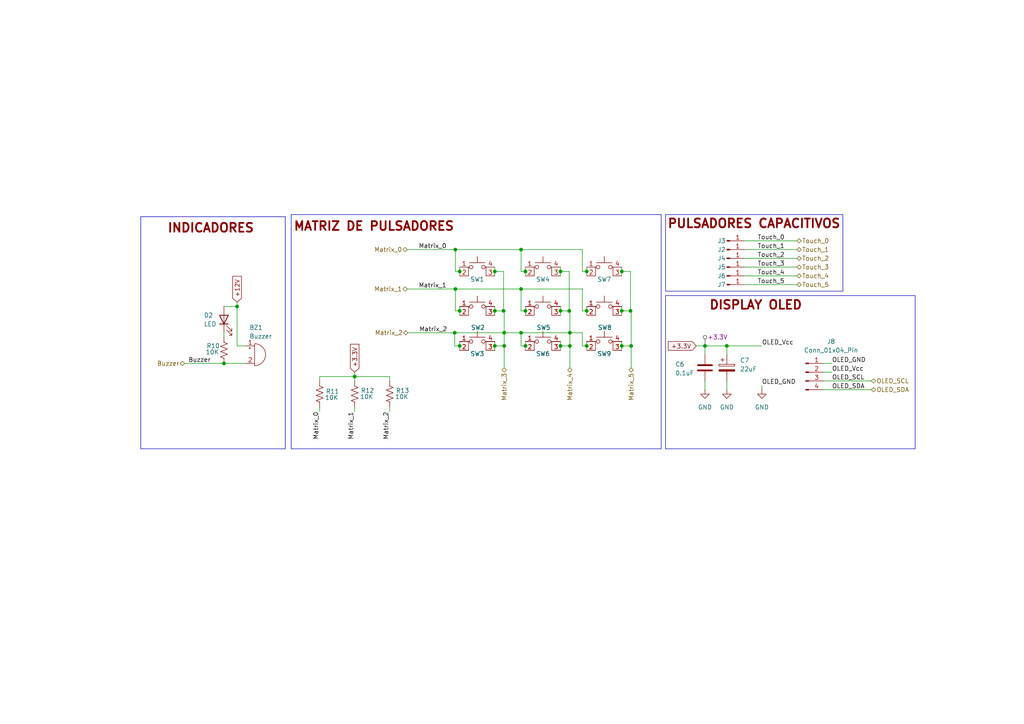
<source format=kicad_sch>
(kicad_sch (version 20250114) (generator "eeschema") (generator_version "9.0")
  (paper "A4")
  (lib_symbols
    (symbol "Connector:Conn_01x01_Pin" (pin_names (offset 1.016) (hide yes))
      (property "Reference" "J" (at 0 2.54 0))
      (property "Value" "Conn_01x01_Pin" (at 0 -2.54 0))
      (symbol "Conn_01x01_Pin_1_1"
        (rectangle (start 0.8636 0.127) (end 0 -0.127) (stroke (width 0.1524)) (fill (type outline)))
        (polyline (pts (xy 1.27 0) (xy 0.8636 0)) (stroke (width 0.1524)))
        (pin passive line (at 5.08 0 180) (length 3.81) (name "Pin_1") (number "1"))
      )
    )
    (symbol "Connector:Conn_01x04_Pin" (pin_names (offset 1.016) (hide yes))
      (property "Reference" "J" (at 0 5.08 0))
      (property "Value" "Conn_01x04_Pin" (at 0 -7.62 0))
      (symbol "Conn_01x04_Pin_1_1"
        (rectangle (start 0.8636 2.667) (end 0 2.413) (stroke (width 0.1524)) (fill (type outline)))
        (rectangle (start 0.8636 0.127) (end 0 -0.127) (stroke (width 0.1524)) (fill (type outline)))
        (rectangle (start 0.8636 -2.413) (end 0 -2.667) (stroke (width 0.1524)) (fill (type outline)))
        (rectangle (start 0.8636 -4.953) (end 0 -5.207) (stroke (width 0.1524)) (fill (type outline)))
        (polyline (pts (xy 1.27 2.54) (xy 0.8636 2.54)) (stroke (width 0.1524)))
        (polyline (pts (xy 1.27 0) (xy 0.8636 0)) (stroke (width 0.1524)))
        (polyline (pts (xy 1.27 -2.54) (xy 0.8636 -2.54)) (stroke (width 0.1524)))
        (polyline (pts (xy 1.27 -5.08) (xy 0.8636 -5.08)) (stroke (width 0.1524)))
        (pin passive line (at 5.08 2.54 180) (length 3.81) (name "Pin_1") (number "1"))
        (pin passive line (at 5.08 0 180) (length 3.81) (name "Pin_2") (number "2"))
        (pin passive line (at 5.08 -2.54 180) (length 3.81) (name "Pin_3") (number "3"))
        (pin passive line (at 5.08 -5.08 180) (length 3.81) (name "Pin_4") (number "4"))
      )
    )
    (symbol "Device:Buzzer" (pin_names (offset 0.0254) (hide yes))
      (property "Reference" "BZ" (at 3.81 1.27 0))
      (property "Value" "Buzzer" (at 3.81 -1.27 0))
      (symbol "Buzzer_0_1"
        (polyline (pts (xy -1.651 1.905) (xy -1.143 1.905)))
        (polyline (pts (xy -1.397 2.159) (xy -1.397 1.651)))
        (arc (start 0 3.175) (mid 3.1612 0) (end 0 -3.175))
        (polyline (pts (xy 0 3.175) (xy 0 -3.175)))
      )
      (symbol "Buzzer_1_1"
        (pin passive line (at -2.54 2.54 0) (length 2.54) (name "+") (number "1"))
        (pin passive line (at -2.54 -2.54 0) (length 2.54) (name "-") (number "2"))
      )
    )
    (symbol "Device:C" (pin_numbers (hide yes)) (pin_names (offset 0.254))
      (property "Reference" "C" (at 0.635 2.54 0))
      (property "Value" "C" (at 0.635 -2.54 0))
      (symbol "C_0_1"
        (polyline (pts (xy -2.032 0.762) (xy 2.032 0.762)) (stroke (width 0.508)))
        (polyline (pts (xy -2.032 -0.762) (xy 2.032 -0.762)) (stroke (width 0.508)))
      )
      (symbol "C_1_1"
        (pin passive line (at 0 3.81 270) (length 2.794) (name "~") (number "1"))
        (pin passive line (at 0 -3.81 90) (length 2.794) (name "~") (number "2"))
      )
    )
    (symbol "Device:C_Polarized" (pin_numbers (hide yes)) (pin_names (offset 0.254))
      (property "Reference" "C" (at 0.635 2.54 0))
      (property "Value" "C_Polarized" (at 0.635 -2.54 0))
      (symbol "C_Polarized_0_1"
        (rectangle (start -2.286 0.508) (end 2.286 1.016))
        (polyline (pts (xy -1.778 2.286) (xy -0.762 2.286)))
        (polyline (pts (xy -1.27 2.794) (xy -1.27 1.778)))
        (rectangle (start 2.286 -0.508) (end -2.286 -1.016) (fill (type outline)))
      )
      (symbol "C_Polarized_1_1"
        (pin passive line (at 0 3.81 270) (length 2.794) (name "~") (number "1"))
        (pin passive line (at 0 -3.81 90) (length 2.794) (name "~") (number "2"))
      )
    )
    (symbol "Device:LED" (pin_numbers (hide yes)) (pin_names (offset 1.016) (hide yes))
      (property "Reference" "D" (at 0 2.54 0))
      (property "Value" "LED" (at 0 -2.54 0))
      (symbol "LED_0_1"
        (polyline (pts (xy -3.048 -0.762) (xy -4.572 -2.286) (xy -3.81 -2.286) (xy -4.572 -2.286) (xy -4.572 -1.524)))
        (polyline (pts (xy -1.778 -0.762) (xy -3.302 -2.286) (xy -2.54 -2.286) (xy -3.302 -2.286) (xy -3.302 -1.524)))
        (polyline (pts (xy -1.27 0) (xy 1.27 0)))
        (polyline (pts (xy -1.27 -1.27) (xy -1.27 1.27)) (stroke (width 0.254)))
        (polyline (pts (xy 1.27 -1.27) (xy 1.27 1.27) (xy -1.27 0) (xy 1.27 -1.27)) (stroke (width 0.254)))
      )
      (symbol "LED_1_1"
        (pin passive line (at -3.81 0 0) (length 2.54) (name "K") (number "1"))
        (pin passive line (at 3.81 0 180) (length 2.54) (name "A") (number "2"))
      )
    )
    (symbol "Device:R_US" (pin_numbers (hide yes)) (pin_names (offset 0))
      (property "Reference" "R" (at 2.54 0 90))
      (property "Value" "R_US" (at -2.54 0 90))
      (symbol "R_US_0_1"
        (polyline (pts (xy 0 2.286) (xy 0 2.54)))
        (polyline (pts (xy 0 2.286) (xy 1.016 1.905) (xy 0 1.524) (xy -1.016 1.143) (xy 0 0.762)))
        (polyline (pts (xy 0 0.762) (xy 1.016 0.381) (xy 0 0) (xy -1.016 -0.381) (xy 0 -0.762)))
        (polyline (pts (xy 0 -0.762) (xy 1.016 -1.143) (xy 0 -1.524) (xy -1.016 -1.905) (xy 0 -2.286)))
        (polyline (pts (xy 0 -2.286) (xy 0 -2.54)))
      )
      (symbol "R_US_1_1"
        (pin passive line (at 0 3.81 270) (length 1.27) (name "~") (number "1"))
        (pin passive line (at 0 -3.81 90) (length 1.27) (name "~") (number "2"))
      )
    )
    (symbol "Switch:SW_MEC_5E" (pin_names (offset 1.016) (hide yes))
      (property "Reference" "SW" (at 0.635 5.715 0))
      (property "Value" "SW_MEC_5E" (at 0 -3.175 0))
      (symbol "SW_MEC_5E_0_1"
        (polyline (pts (xy -2.54 0) (xy -2.54 2.54) (xy -2.286 2.54)))
        (polyline (pts (xy -2.286 3.81) (xy 2.286 3.81)))
        (circle (center -1.778 2.54) (radius 0.508))
        (polyline (pts (xy 0 3.81) (xy 0 5.588)))
        (circle (center 1.778 2.54) (radius 0.508))
        (polyline (pts (xy 2.54 0) (xy 2.54 2.54) (xy 2.286 2.54)))
        (pin passive line (at -5.08 2.54 0) (length 2.54) (name "1") (number "1"))
        (pin passive line (at -5.08 0 0) (length 2.54) (name "2") (number "2"))
        (pin passive line (at 5.08 2.54 180) (length 2.54) (name "A") (number "4"))
        (pin passive line (at 5.08 0 180) (length 2.54) (name "K") (number "3"))
      )
    )
    (symbol "power:GND" (power) (pin_numbers (hide yes)) (pin_names (offset 0) (hide yes))
      (property "Value" "GND" (at 0 -3.81 0))
      (symbol "GND_0_1"
        (polyline (pts (xy 0 0) (xy 0 -1.27) (xy 1.27 -1.27) (xy 0 -2.54) (xy -1.27 -1.27) (xy 0 -1.27)))
      )
      (symbol "GND_1_1"
        (pin power_in line (at 0 0 270) (length 0) (name "~") (number "1"))
      )
    )
  )
  (rectangle (start 84.455 62.23) (end 191.77 130.175))
  (rectangle (start 193.04 85.725) (end 265.43 130.175))
  (rectangle (start 193.04 62.23) (end 244.475 84.455))
  (rectangle (start 40.8264 62.865) (end 82.7364 130.175))
  (text "MATRIZ DE PULSADORES" (at 108.458 65.786 0) (effects (font (size 2.54 2.54) (thickness 0.508) (bold yes))))
  (text "DISPLAY OLED" (at 219.202 88.646 0) (effects (font (size 2.54 2.54) (thickness 0.508) (bold yes))))
  (text "INDICADORES" (at 61.1464 66.294 0) (effects (font (size 2.54 2.54) (thickness 0.508) (bold yes))))
  (text "PULSADORES CAPACITIVOS" (at 218.694 65.024 0) (effects (font (size 2.54 2.54) (thickness 0.508) (bold yes))))
  (junction (at 152.4 90.17))
  (junction (at 143.51 90.17))
  (junction (at 146.2364 100.33))
  (junction (at 180.34 78.74))
  (junction (at 183.0664 100.33))
  (junction (at 68.7664 88.9))
  (junction (at 133.35 78.74))
  (junction (at 146.2364 96.52))
  (junction (at 165.1 90.17))
  (junction (at 102.87 109.22))
  (junction (at 165.2864 100.33))
  (junction (at 170.18 100.33))
  (junction (at 143.51 100.33))
  (junction (at 151.13 96.52))
  (junction (at 152.4 78.74))
  (junction (at 204.47 100.33))
  (junction (at 133.35 90.17))
  (junction (at 165.2864 96.52))
  (junction (at 180.34 90.17))
  (junction (at 210.82 100.33))
  (junction (at 170.18 78.74))
  (junction (at 151.13 72.39))
  (junction (at 132.08 83.82))
  (junction (at 64.9564 105.41))
  (junction (at 182.88 90.17))
  (junction (at 162.56 100.33))
  (junction (at 132.08 72.39))
  (junction (at 170.18 90.17))
  (junction (at 143.51 78.74))
  (junction (at 133.35 100.33))
  (junction (at 162.56 78.74))
  (junction (at 180.34 100.33))
  (junction (at 151.13 83.82))
  (junction (at 152.4 100.33))
  (junction (at 162.56 90.17))
  (junction (at 146.05 90.17))
  (junction (at 131.8936 96.52))
  (wire (pts (xy 215.9 77.47) (xy 231.14 77.47)))
  (wire (pts (xy 201.93 100.33) (xy 204.47 100.33)))
  (wire (pts (xy 162.56 78.74) (xy 162.56 80.01)))
  (wire (pts (xy 183.0664 100.33) (xy 183.0664 106.68)))
  (wire (pts (xy 170.18 100.33) (xy 170.18 101.6)))
  (wire (pts (xy 210.82 110.49) (xy 210.82 113.03)))
  (wire (pts (xy 133.35 90.17) (xy 133.35 91.44)))
  (wire (pts (xy 168.91 100.33) (xy 170.18 100.33)))
  (wire (pts (xy 152.4 100.33) (xy 152.4 101.6)))
  (wire (pts (xy 204.47 100.33) (xy 210.82 100.33)))
  (wire (pts (xy 133.35 90.17) (xy 132.08 90.17)))
  (wire (pts (xy 132.08 83.82) (xy 132.08 90.17)))
  (wire (pts (xy 204.47 110.49) (xy 204.47 113.03)))
  (wire (pts (xy 92.71 109.22) (xy 92.71 110.49)))
  (wire (pts (xy 170.18 90.17) (xy 170.18 91.44)))
  (wire (pts (xy 180.34 88.9) (xy 180.34 90.17)))
  (wire (pts (xy 180.34 77.47) (xy 180.34 78.74)))
  (wire (pts (xy 165.2864 96.52) (xy 165.2864 100.33)))
  (wire (pts (xy 180.34 99.06) (xy 180.34 100.33)))
  (wire (pts (xy 180.34 100.33) (xy 183.0664 100.33)))
  (wire (pts (xy 180.34 90.17) (xy 182.88 90.17)))
  (wire (pts (xy 143.51 77.47) (xy 143.51 78.74)))
  (wire (pts (xy 146.2364 100.33) (xy 146.2364 106.68)))
  (wire (pts (xy 165.1 78.74) (xy 165.1 90.17)))
  (wire (pts (xy 68.7664 87.63) (xy 68.7664 88.9)))
  (wire (pts (xy 180.34 78.74) (xy 182.88 78.74)))
  (wire (pts (xy 238.76 107.95) (xy 241.3 107.95)))
  (wire (pts (xy 151.13 72.39) (xy 151.13 78.74)))
  (wire (pts (xy 146.2364 96.52) (xy 146.2364 100.33)))
  (wire (pts (xy 133.35 78.74) (xy 132.08 78.74)))
  (wire (pts (xy 152.4 90.17) (xy 152.4 91.44)))
  (wire (pts (xy 146.05 78.74) (xy 146.05 90.17)))
  (wire (pts (xy 182.88 78.74) (xy 182.88 90.17)))
  (wire (pts (xy 132.08 72.39) (xy 151.13 72.39)))
  (wire (pts (xy 152.4 88.9) (xy 152.4 90.17)))
  (wire (pts (xy 204.47 100.33) (xy 204.47 102.87)))
  (wire (pts (xy 170.18 78.74) (xy 170.18 80.01)))
  (wire (pts (xy 168.91 78.74) (xy 170.18 78.74)))
  (wire (pts (xy 64.9564 88.9) (xy 68.7664 88.9)))
  (wire (pts (xy 102.87 109.22) (xy 102.87 110.49)))
  (wire (pts (xy 162.56 78.74) (xy 165.1 78.74)))
  (wire (pts (xy 133.35 88.9) (xy 133.35 90.17)))
  (wire (pts (xy 162.56 100.33) (xy 162.56 101.6)))
  (wire (pts (xy 162.56 77.47) (xy 162.56 78.74)))
  (wire (pts (xy 143.51 78.74) (xy 146.05 78.74)))
  (wire (pts (xy 238.76 110.49) (xy 252.73 110.49)))
  (wire (pts (xy 151.13 96.52) (xy 151.13 100.33)))
  (wire (pts (xy 168.91 72.39) (xy 168.91 78.74)))
  (wire (pts (xy 143.51 90.17) (xy 143.51 91.44)))
  (wire (pts (xy 215.9 69.85) (xy 231.14 69.85)))
  (wire (pts (xy 215.9 80.01) (xy 231.14 80.01)))
  (wire (pts (xy 162.56 99.06) (xy 162.56 100.33)))
  (wire (pts (xy 210.82 100.33) (xy 220.98 100.33)))
  (wire (pts (xy 183.0664 90.17) (xy 183.0664 100.33)))
  (wire (pts (xy 170.18 100.33) (xy 170.18 99.06)))
  (wire (pts (xy 133.35 77.47) (xy 133.35 78.74)))
  (wire (pts (xy 143.51 99.06) (xy 143.51 100.33)))
  (wire (pts (xy 168.91 83.82) (xy 168.91 90.17)))
  (wire (pts (xy 162.56 90.17) (xy 165.1 90.17)))
  (wire (pts (xy 162.56 90.17) (xy 162.56 91.44)))
  (wire (pts (xy 170.18 77.47) (xy 170.18 78.74)))
  (wire (pts (xy 238.76 105.41) (xy 241.3 105.41)))
  (wire (pts (xy 215.9 72.39) (xy 231.14 72.39)))
  (wire (pts (xy 146.2364 90.17) (xy 146.05 90.17)))
  (wire (pts (xy 146.2364 90.17) (xy 146.2364 96.52)))
  (wire (pts (xy 152.4 90.17) (xy 151.13 90.17)))
  (wire (pts (xy 131.8936 96.52) (xy 131.8936 100.33)))
  (wire (pts (xy 151.13 72.39) (xy 168.91 72.39)))
  (wire (pts (xy 220.98 111.76) (xy 220.98 113.03)))
  (wire (pts (xy 133.35 100.33) (xy 131.8936 100.33)))
  (wire (pts (xy 118.2964 96.52) (xy 131.8936 96.52)))
  (wire (pts (xy 146.2364 96.52) (xy 151.13 96.52)))
  (wire (pts (xy 133.35 99.06) (xy 133.35 100.33)))
  (wire (pts (xy 143.51 88.9) (xy 143.51 90.17)))
  (wire (pts (xy 68.7664 88.9) (xy 68.7664 100.33)))
  (wire (pts (xy 152.4 99.06) (xy 152.4 100.33)))
  (wire (pts (xy 180.34 78.74) (xy 180.34 80.01)))
  (wire (pts (xy 180.34 100.33) (xy 180.34 101.6)))
  (wire (pts (xy 183.0664 90.17) (xy 182.88 90.17)))
  (wire (pts (xy 165.2864 96.52) (xy 168.91 96.52)))
  (wire (pts (xy 131.8936 96.52) (xy 146.2364 96.52)))
  (wire (pts (xy 102.87 109.22) (xy 113.03 109.22)))
  (wire (pts (xy 162.56 100.33) (xy 165.2864 100.33)))
  (wire (pts (xy 102.87 107.95) (xy 102.87 109.22)))
  (wire (pts (xy 113.03 118.11) (xy 113.03 119.38)))
  (wire (pts (xy 133.35 78.74) (xy 133.35 80.01)))
  (wire (pts (xy 92.71 118.11) (xy 92.71 119.38)))
  (wire (pts (xy 118.11 72.39) (xy 132.08 72.39)))
  (wire (pts (xy 132.08 78.74) (xy 132.08 72.39)))
  (wire (pts (xy 238.76 113.03) (xy 252.73 113.03)))
  (wire (pts (xy 151.13 83.82) (xy 151.13 90.17)))
  (wire (pts (xy 92.71 109.22) (xy 102.87 109.22)))
  (wire (pts (xy 132.08 83.82) (xy 151.13 83.82)))
  (wire (pts (xy 152.4 100.33) (xy 151.13 100.33)))
  (wire (pts (xy 151.13 78.74) (xy 152.4 78.74)))
  (wire (pts (xy 64.9564 105.41) (xy 71.3064 105.41)))
  (wire (pts (xy 143.51 78.74) (xy 143.51 80.01)))
  (wire (pts (xy 168.91 96.52) (xy 168.91 100.33)))
  (wire (pts (xy 113.03 110.49) (xy 113.03 109.22)))
  (wire (pts (xy 143.51 100.33) (xy 143.51 101.6)))
  (wire (pts (xy 180.34 90.17) (xy 180.34 91.44)))
  (wire (pts (xy 165.1 90.17) (xy 165.2864 90.17)))
  (wire (pts (xy 165.2864 90.17) (xy 165.2864 96.52)))
  (wire (pts (xy 143.51 90.17) (xy 146.05 90.17)))
  (wire (pts (xy 170.18 88.9) (xy 170.18 90.17)))
  (wire (pts (xy 210.82 100.33) (xy 210.82 102.87)))
  (wire (pts (xy 151.13 83.82) (xy 168.91 83.82)))
  (wire (pts (xy 68.7664 100.33) (xy 71.3064 100.33)))
  (wire (pts (xy 53.5264 105.41) (xy 64.9564 105.41)))
  (wire (pts (xy 151.13 96.52) (xy 165.2864 96.52)))
  (wire (pts (xy 152.4 77.47) (xy 152.4 78.74)))
  (wire (pts (xy 133.35 100.33) (xy 133.35 101.6)))
  (wire (pts (xy 168.91 90.17) (xy 170.18 90.17)))
  (wire (pts (xy 165.2864 100.33) (xy 165.2864 106.68)))
  (wire (pts (xy 215.9 74.93) (xy 231.14 74.93)))
  (wire (pts (xy 64.9564 96.52) (xy 64.9564 97.79)))
  (wire (pts (xy 162.56 88.9) (xy 162.56 90.17)))
  (wire (pts (xy 102.87 118.11) (xy 102.87 119.38)))
  (wire (pts (xy 118.11 83.82) (xy 132.08 83.82)))
  (wire (pts (xy 152.4 78.74) (xy 152.4 80.01)))
  (wire (pts (xy 143.51 100.33) (xy 146.2364 100.33)))
  (wire (pts (xy 215.9 82.55) (xy 231.14 82.55)))
  (label "OLED_SDA" (at 241.3 113.03 0))
  (label "Matrix_0" (at 92.71 119.38 270))
  (label "Matrix_1" (at 129.54 83.82 180))
  (label "Touch_4" (at 219.71 80.01 0))
  (label "Matrix_2" (at 129.7264 96.52 180))
  (label "Matrix_2" (at 113.03 119.38 270))
  (label "Touch_3" (at 219.71 77.47 0))
  (label "Touch_5" (at 219.71 82.55 0))
  (label "Buzzer" (at 61.1464 105.41 180))
  (label "OLED_SCL" (at 241.3 110.49 0))
  (label "Matrix_0" (at 129.54 72.39 180))
  (label "Touch_1" (at 219.71 72.39 0))
  (label "OLED_Vcc" (at 220.98 100.33 0))
  (label "OLED_Vcc" (at 241.3 107.95 0))
  (label "Touch_2" (at 219.71 74.93 0))
  (label "Matrix_1" (at 102.87 119.38 270))
  (label "OLED_GND" (at 241.3 105.41 0))
  (label "Touch_0" (at 219.71 69.85 0))
  (label "OLED_GND" (at 220.98 111.76 0))
  (global_label "+3.3V" (shape input) (at 201.93 100.33 180) (property "Intersheetrefs" "${INTERSHEET_REFS}" (effects (hide yes))))
  (global_label "+12V" (shape input) (at 68.7664 87.63 90) (property "Intersheetrefs" "${INTERSHEET_REFS}" (effects (hide yes))))
  (global_label "+3.3V" (shape input) (at 102.87 107.95 90) (property "Intersheetrefs" "${INTERSHEET_REFS}" (effects (hide yes))))
  (hierarchical_label "Matrix_0" (shape bidirectional) (at 118.11 72.39 180))
  (hierarchical_label "Touch_3" (shape bidirectional) (at 231.14 77.47 0))
  (hierarchical_label "Touch_4" (shape bidirectional) (at 231.14 80.01 0))
  (hierarchical_label "Matrix_2" (shape bidirectional) (at 118.2964 96.52 180))
  (hierarchical_label "Touch_1" (shape bidirectional) (at 231.14 72.39 0))
  (hierarchical_label "Matrix_3" (shape bidirectional) (at 146.2364 106.68 270))
  (hierarchical_label "Touch_5" (shape bidirectional) (at 231.14 82.55 0))
  (hierarchical_label "Touch_2" (shape bidirectional) (at 231.14 74.93 0))
  (hierarchical_label "OLED_SCL" (shape bidirectional) (at 252.73 110.49 0))
  (hierarchical_label "Matrix_4" (shape bidirectional) (at 165.2864 106.68 270))
  (hierarchical_label "OLED_SDA" (shape bidirectional) (at 252.73 113.03 0))
  (hierarchical_label "Matrix_1" (shape bidirectional) (at 118.11 83.82 180))
  (hierarchical_label "Touch_0" (shape bidirectional) (at 231.14 69.85 0))
  (hierarchical_label "Matrix_5" (shape bidirectional) (at 183.0664 106.68 270))
  (hierarchical_label "Buzzer" (shape bidirectional) (at 53.5264 105.41 180))
  (netclass_flag "" (length 2.54) (shape round) (at 204.47 100.33 0) (property "Netclass" "+3.3V" (at 205.1685 97.79 0) (effects (justify left))))
  (symbol (lib_id "Connector:Conn_01x01_Pin") (at 210.82 74.93 0) (unit 1)
    (property "Reference" "J4" (at 209.296 74.93 0))
    (property "Value" "Conn_01x01_Pin" (effects (hide yes)))
    (property "Description" "Generic connector, single row, 01x01, script generated" (effects (hide yes)))
  )
  (symbol (lib_id "Device:LED") (at 64.9564 92.71 90) (unit 1)
    (property "Reference" "D2" (at 59.1144 91.44 90) (effects (justify right)))
    (property "Value" "LED" (at 59.1144 93.98 90) (effects (justify right)))
    (property "Footprint" "LED_SMD:LED_0805_2012Metric_Pad1.15x1.40mm_HandSolder" (effects (hide yes)))
    (property "Datasheet" "./Dialight_CBI_data_599-0805_Apr2018.pdf" (effects (hide yes)))
    (property "Description" "Light emitting diode" (effects (hide yes)))
    (property "Sim.Pins" "1=K 2=A" (effects (hide yes)))
    (property "Price" "0.63" (effects (hide yes)))
    (property "currier" "https://ar.mouser.com/ProductDetail/Dialight/599-0181-007F?qs=gTYE2QTfZfRUSax8JbgA2w%3D%3D" (effects (hide yes)))
  )
  (symbol (lib_id "power:GND") (at 220.98 113.03 0) (unit 1)
    (property "Reference" "#PWR011" (effects (hide yes)))
    (property "Value" "GND" (at 220.98 118.11 0))
    (property "Description" "Power symbol creates a global label with name \"GND\" , ground" (effects (hide yes)))
  )
  (symbol (lib_id "Switch:SW_MEC_5E") (at 175.26 91.44 0) (unit 1)
    (property "Reference" "SW8" (at 175.4464 94.996 0))
    (property "Value" "SW_MEC_5E" (effects (hide yes)))
    (property "Footprint" "Button_Switch_SMD:SW_MEC_5GSH9" (effects (hide yes)))
    (property "Datasheet" "https://ar.mouser.com/datasheet/2/1628/ts34-3555519.pdf" (effects (hide yes)))
    (property "Description" "MEC 5E single pole normally-open tactile switch" (effects (hide yes)))
    (property "Price" "0.29" (effects (hide yes)))
    (property "currier" "https://ar.mouser.com/ProductDetail/Same-Sky/TS34-62-35-BK-100-SMT-TR?qs=efUn273yAhdTNfYlp2kkeg%3D%3D" (effects (hide yes)))
  )
  (symbol (lib_id "Switch:SW_MEC_5E") (at 157.48 91.44 0) (unit 1)
    (property "Reference" "SW5" (at 157.6664 94.996 0))
    (property "Value" "SW_MEC_5E" (effects (hide yes)))
    (property "Footprint" "Button_Switch_SMD:SW_MEC_5GSH9" (effects (hide yes)))
    (property "Datasheet" "https://ar.mouser.com/datasheet/2/1628/ts34-3555519.pdf" (effects (hide yes)))
    (property "Description" "MEC 5E single pole normally-open tactile switch" (effects (hide yes)))
    (property "Price" "0.29" (effects (hide yes)))
    (property "currier" "https://ar.mouser.com/ProductDetail/Same-Sky/TS34-62-35-BK-100-SMT-TR?qs=efUn273yAhdTNfYlp2kkeg%3D%3D" (effects (hide yes)))
  )
  (symbol (lib_id "Switch:SW_MEC_5E") (at 157.48 101.6 0) (unit 1)
    (property "Reference" "SW6" (at 157.48 102.616 0))
    (property "Value" "SW_MEC_5E" (effects (hide yes)))
    (property "Footprint" "Button_Switch_SMD:SW_MEC_5GSH9" (effects (hide yes)))
    (property "Datasheet" "https://ar.mouser.com/datasheet/2/1628/ts34-3555519.pdf" (effects (hide yes)))
    (property "Description" "MEC 5E single pole normally-open tactile switch" (effects (hide yes)))
    (property "Price" "0.29" (effects (hide yes)))
    (property "currier" "https://ar.mouser.com/ProductDetail/Same-Sky/TS34-62-35-BK-100-SMT-TR?qs=efUn273yAhdTNfYlp2kkeg%3D%3D" (effects (hide yes)))
  )
  (symbol (lib_id "Device:C") (at 204.47 106.68 0) (unit 1)
    (property "Reference" "C6" (at 195.834 105.664 0) (effects (justify left)))
    (property "Value" "0.1uF" (at 195.834 108.204 0) (effects (justify left)))
    (property "Footprint" "Capacitor_SMD:C_0603_1608Metric" (effects (hide yes)))
    (property "Datasheet" "https://ar.mouser.com/datasheet/2/447/UPY_GPHC_X7R_6_3V_to_250V_24-3441574.pdf" (effects (hide yes)))
    (property "Description" "Unpolarized capacitor" (effects (hide yes)))
    (property "Price" "0.1" (effects (hide yes)))
    (property "currier" "https://ar.mouser.com/ProductDetail/YAGEO/CC0603KRX7R7BB104?qs=AgBp2OyFlx8KPmNTlFoWXA%3D%3D" (effects (hide yes)))
  )
  (symbol (lib_id "Switch:SW_MEC_5E") (at 138.43 91.44 0) (unit 1)
    (property "Reference" "SW2" (at 138.6164 94.996 0))
    (property "Value" "SW_MEC_5E" (effects (hide yes)))
    (property "Footprint" "Button_Switch_SMD:SW_MEC_5GSH9" (effects (hide yes)))
    (property "Datasheet" "https://ar.mouser.com/datasheet/2/1628/ts34-3555519.pdf" (effects (hide yes)))
    (property "Description" "MEC 5E single pole normally-open tactile switch" (effects (hide yes)))
    (property "Price" "0.29" (effects (hide yes)))
    (property "currier" "https://ar.mouser.com/ProductDetail/Same-Sky/TS34-62-35-BK-100-SMT-TR?qs=efUn273yAhdTNfYlp2kkeg%3D%3D" (effects (hide yes)))
  )
  (symbol (lib_id "Device:R_US") (at 113.03 114.3 0) (unit 1)
    (property "Reference" "R13" (at 114.808 113.284 0) (effects (justify left)))
    (property "Value" "10K" (at 114.554 115.062 0) (effects (justify left)))
    (property "Description" "Resistor, US symbol" (effects (hide yes)))
  )
  (symbol (lib_id "Switch:SW_MEC_5E") (at 138.43 101.6 0) (unit 1)
    (property "Reference" "SW3" (at 138.43 102.616 0))
    (property "Value" "SW_MEC_5E" (effects (hide yes)))
    (property "Footprint" "Button_Switch_SMD:SW_MEC_5GSH9" (effects (hide yes)))
    (property "Datasheet" "https://ar.mouser.com/datasheet/2/1628/ts34-3555519.pdf" (effects (hide yes)))
    (property "Description" "MEC 5E single pole normally-open tactile switch" (effects (hide yes)))
    (property "Price" "0.29" (effects (hide yes)))
    (property "currier" "https://ar.mouser.com/ProductDetail/Same-Sky/TS34-62-35-BK-100-SMT-TR?qs=efUn273yAhdTNfYlp2kkeg%3D%3D" (effects (hide yes)))
  )
  (symbol (lib_id "Switch:SW_MEC_5E") (at 175.26 80.01 0) (unit 1)
    (property "Reference" "SW7" (at 175.26 81.026 0))
    (property "Value" "SW_MEC_5E" (effects (hide yes)))
    (property "Footprint" "Button_Switch_SMD:SW_MEC_5GSH9" (effects (hide yes)))
    (property "Datasheet" "https://ar.mouser.com/datasheet/2/1628/ts34-3555519.pdf" (effects (hide yes)))
    (property "Description" "MEC 5E single pole normally-open tactile switch" (effects (hide yes)))
    (property "Price" "0.29" (effects (hide yes)))
    (property "currier" "https://ar.mouser.com/ProductDetail/Same-Sky/TS34-62-35-BK-100-SMT-TR?qs=efUn273yAhdTNfYlp2kkeg%3D%3D" (effects (hide yes)))
  )
  (symbol (lib_id "Switch:SW_MEC_5E") (at 175.26 101.6 0) (unit 1)
    (property "Reference" "SW9" (at 175.26 102.616 0))
    (property "Value" "SW_MEC_5E" (effects (hide yes)))
    (property "Footprint" "Button_Switch_SMD:SW_MEC_5GSH9" (effects (hide yes)))
    (property "Datasheet" "https://ar.mouser.com/datasheet/2/1628/ts34-3555519.pdf" (effects (hide yes)))
    (property "Description" "MEC 5E single pole normally-open tactile switch" (effects (hide yes)))
    (property "Price" "0.29" (effects (hide yes)))
    (property "currier" "https://ar.mouser.com/ProductDetail/Same-Sky/TS34-62-35-BK-100-SMT-TR?qs=efUn273yAhdTNfYlp2kkeg%3D%3D" (effects (hide yes)))
  )
  (symbol (lib_id "Connector:Conn_01x01_Pin") (at 210.82 82.55 0) (unit 1)
    (property "Reference" "J7" (at 209.296 82.55 0))
    (property "Value" "Conn_01x01_Pin" (effects (hide yes)))
    (property "Description" "Generic connector, single row, 01x01, script generated" (effects (hide yes)))
  )
  (symbol (lib_id "Device:Buzzer") (at 73.8464 102.87 0) (unit 1)
    (property "Reference" "BZ1" (at 72.3224 94.996 0) (effects (justify left)))
    (property "Value" "Buzzer" (at 72.3224 97.536 0) (effects (justify left)))
    (property "Datasheet" "https://ar.mouser.com/datasheet/2/252/ASI09N27MFD_05TRQ-3370275.pdf" (effects (hide yes)))
    (property "Description" "Buzzer, polarized" (effects (hide yes)))
    (property "Price" "3.19" (effects (hide yes)))
    (property "currier" "https://ar.mouser.com/ProductDetail/539-ASI09N27MFD05TRQ" (effects (hide yes)))
  )
  (symbol (lib_id "Connector:Conn_01x01_Pin") (at 210.82 80.01 0) (unit 1)
    (property "Reference" "J6" (at 209.296 80.01 0))
    (property "Value" "Conn_01x01_Pin" (effects (hide yes)))
    (property "Description" "Generic connector, single row, 01x01, script generated" (effects (hide yes)))
  )
  (symbol (lib_id "Switch:SW_MEC_5E") (at 157.48 80.01 0) (unit 1)
    (property "Reference" "SW4" (at 157.48 81.026 0))
    (property "Value" "SW_MEC_5E" (effects (hide yes)))
    (property "Footprint" "Button_Switch_SMD:SW_MEC_5GSH9" (effects (hide yes)))
    (property "Datasheet" "https://ar.mouser.com/datasheet/2/1628/ts34-3555519.pdf" (effects (hide yes)))
    (property "Description" "MEC 5E single pole normally-open tactile switch" (effects (hide yes)))
    (property "Price" "0.29" (effects (hide yes)))
    (property "currier" "https://ar.mouser.com/ProductDetail/Same-Sky/TS34-62-35-BK-100-SMT-TR?qs=efUn273yAhdTNfYlp2kkeg%3D%3D" (effects (hide yes)))
  )
  (symbol (lib_id "power:GND") (at 204.47 113.03 0) (unit 1)
    (property "Reference" "#PWR09" (effects (hide yes)))
    (property "Value" "GND" (at 204.47 118.11 0))
    (property "Description" "Power symbol creates a global label with name \"GND\" , ground" (effects (hide yes)))
  )
  (symbol (lib_id "Device:R_US") (at 92.71 114.3 0) (unit 1)
    (property "Reference" "R11" (at 94.488 113.538 0) (effects (justify left)))
    (property "Value" "10K" (at 94.234 115.316 0) (effects (justify left)))
    (property "Description" "Resistor, US symbol" (effects (hide yes)))
  )
  (symbol (lib_id "Device:R_US") (at 102.87 114.3 0) (unit 1)
    (property "Reference" "R12" (at 104.648 113.284 0) (effects (justify left)))
    (property "Value" "10K" (at 104.394 115.062 0) (effects (justify left)))
    (property "Description" "Resistor, US symbol" (effects (hide yes)))
  )
  (symbol (lib_id "Connector:Conn_01x01_Pin") (at 210.82 69.85 0) (unit 1)
    (property "Reference" "J3" (at 209.296 69.85 0))
    (property "Value" "Conn_01x01_Pin" (effects (hide yes)))
    (property "Description" "Generic connector, single row, 01x01, script generated" (effects (hide yes)))
  )
  (symbol (lib_id "power:GND") (at 210.82 113.03 0) (unit 1)
    (property "Reference" "#PWR010" (effects (hide yes)))
    (property "Value" "GND" (at 210.82 118.11 0))
    (property "Description" "Power symbol creates a global label with name \"GND\" , ground" (effects (hide yes)))
  )
  (symbol (lib_id "Connector:Conn_01x04_Pin") (at 233.68 107.95 0) (unit 1)
    (property "Reference" "J8" (at 241.046 99.06 0))
    (property "Value" "Conn_01x04_Pin" (at 241.046 101.6 0))
    (property "Footprint" "Connector_DIN:DIN41612_B3_2x5_Female_Vertical_THT" (effects (hide yes)))
    (property "Description" "Generic connector, single row, 01x04, script generated" (effects (hide yes)))
  )
  (symbol (lib_id "Connector:Conn_01x01_Pin") (at 210.82 72.39 0) (unit 1)
    (property "Reference" "J2" (at 209.296 72.39 0))
    (property "Value" "Conn_01x01_Pin" (effects (hide yes)))
    (property "Description" "Generic connector, single row, 01x01, script generated" (effects (hide yes)))
  )
  (symbol (lib_id "Connector:Conn_01x01_Pin") (at 210.82 77.47 0) (unit 1)
    (property "Reference" "J5" (at 209.296 77.47 0))
    (property "Value" "Conn_01x01_Pin" (effects (hide yes)))
    (property "Description" "Generic connector, single row, 01x01, script generated" (effects (hide yes)))
  )
  (symbol (lib_id "Device:C_Polarized") (at 210.82 106.68 0) (unit 1)
    (property "Reference" "C7" (at 214.63 104.5209 0) (effects (justify left)))
    (property "Value" "22uF" (at 214.63 107.0609 0) (effects (justify left)))
    (property "Footprint" "Inductor_SMD:L_1206_3216Metric" (effects (hide yes)))
    (property "Datasheet" "https://ar.mouser.com/datasheet/2/396/mlcc02_e-1307760.pdf" (effects (hide yes)))
    (property "Description" "Polarized capacitor" (effects (hide yes)))
    (property "Price" "0.6" (effects (hide yes)))
    (property "currier" "https://ar.mouser.com/ProductDetail/TAIYO-YUDEN/EMK316BB7226ML-T?qs=EPmvyOv1YlPvyo1ebMxtFg%3D%3D" (effects (hide yes)))
  )
  (symbol (lib_id "Switch:SW_MEC_5E") (at 138.43 80.01 0) (unit 1)
    (property "Reference" "SW1" (at 138.43 81.026 0))
    (property "Value" "SW_MEC_5E" (effects (hide yes)))
    (property "Footprint" "Button_Switch_SMD:SW_MEC_5GSH9" (effects (hide yes)))
    (property "Datasheet" "https://ar.mouser.com/datasheet/2/1628/ts34-3555519.pdf" (effects (hide yes)))
    (property "Description" "MEC 5E single pole normally-open tactile switch" (effects (hide yes)))
    (property "Price" "0.29" (effects (hide yes)))
    (property "currier" "https://ar.mouser.com/ProductDetail/Same-Sky/TS34-62-35-BK-100-SMT-TR?qs=efUn273yAhdTNfYlp2kkeg%3D%3D" (effects (hide yes)))
  )
  (symbol (lib_id "Device:R_US") (at 64.9564 101.6 0) (unit 1)
    (property "Reference" "R10" (at 59.8764 100.33 0) (effects (justify left)))
    (property "Value" "10K" (at 59.6224 102.108 0) (effects (justify left)))
    (property "Description" "Resistor, US symbol" (effects (hide yes)))
  )
)
</source>
